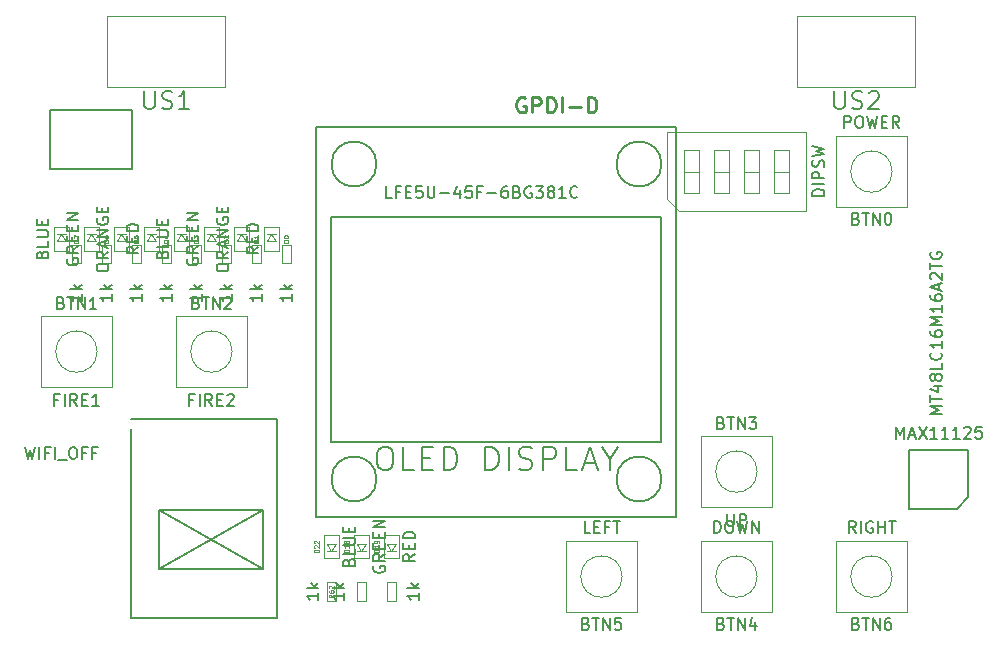
<source format=gbr>
G04 #@! TF.FileFunction,Other,Fab,Top*
%FSLAX46Y46*%
G04 Gerber Fmt 4.6, Leading zero omitted, Abs format (unit mm)*
G04 Created by KiCad (PCBNEW 4.0.7+dfsg1-1) date Tue Jan  9 13:07:24 2018*
%MOMM*%
%LPD*%
G01*
G04 APERTURE LIST*
%ADD10C,0.100000*%
%ADD11C,0.150000*%
%ADD12C,0.075000*%
%ADD13C,0.254000*%
G04 APERTURE END LIST*
D10*
X127990000Y-108880000D02*
X128790000Y-108880000D01*
X127990000Y-110480000D02*
X127990000Y-108880000D01*
X128790000Y-110480000D02*
X127990000Y-110480000D01*
X128790000Y-108880000D02*
X128790000Y-110480000D01*
X131330000Y-110480000D02*
X130530000Y-110480000D01*
X131330000Y-108880000D02*
X131330000Y-110480000D01*
X130530000Y-108880000D02*
X131330000Y-108880000D01*
X130530000Y-110480000D02*
X130530000Y-108880000D01*
X116880000Y-60925000D02*
X116880000Y-66925000D01*
X106880000Y-60925000D02*
X116880000Y-60925000D01*
X106880000Y-66925000D02*
X106880000Y-60925000D01*
X116880000Y-66925000D02*
X106880000Y-66925000D01*
X175300000Y-60925000D02*
X175300000Y-66925000D01*
X165300000Y-60925000D02*
X175300000Y-60925000D01*
X165300000Y-66925000D02*
X165300000Y-60925000D01*
X175300000Y-66925000D02*
X165300000Y-66925000D01*
X122440000Y-81905000D02*
X121640000Y-81905000D01*
X122440000Y-80305000D02*
X122440000Y-81905000D01*
X121640000Y-80305000D02*
X122440000Y-80305000D01*
X121640000Y-81905000D02*
X121640000Y-80305000D01*
X119900000Y-81905000D02*
X119100000Y-81905000D01*
X119900000Y-80305000D02*
X119900000Y-81905000D01*
X119100000Y-80305000D02*
X119900000Y-80305000D01*
X119100000Y-81905000D02*
X119100000Y-80305000D01*
X117360000Y-81905000D02*
X116560000Y-81905000D01*
X117360000Y-80305000D02*
X117360000Y-81905000D01*
X116560000Y-80305000D02*
X117360000Y-80305000D01*
X116560000Y-81905000D02*
X116560000Y-80305000D01*
X114820000Y-81905000D02*
X114020000Y-81905000D01*
X114820000Y-80305000D02*
X114820000Y-81905000D01*
X114020000Y-80305000D02*
X114820000Y-80305000D01*
X114020000Y-81905000D02*
X114020000Y-80305000D01*
X112280000Y-81905000D02*
X111480000Y-81905000D01*
X112280000Y-80305000D02*
X112280000Y-81905000D01*
X111480000Y-80305000D02*
X112280000Y-80305000D01*
X111480000Y-81905000D02*
X111480000Y-80305000D01*
X109740000Y-81905000D02*
X108940000Y-81905000D01*
X109740000Y-80305000D02*
X109740000Y-81905000D01*
X108940000Y-80305000D02*
X109740000Y-80305000D01*
X108940000Y-81905000D02*
X108940000Y-80305000D01*
X107200000Y-81905000D02*
X106400000Y-81905000D01*
X107200000Y-80305000D02*
X107200000Y-81905000D01*
X106400000Y-80305000D02*
X107200000Y-80305000D01*
X106400000Y-81905000D02*
X106400000Y-80305000D01*
X104660000Y-81905000D02*
X103860000Y-81905000D01*
X104660000Y-80305000D02*
X104660000Y-81905000D01*
X103860000Y-80305000D02*
X104660000Y-80305000D01*
X103860000Y-81905000D02*
X103860000Y-80305000D01*
D11*
X178785000Y-102655000D02*
X174785000Y-102655000D01*
X174785000Y-102655000D02*
X174785000Y-97655000D01*
X174785000Y-97655000D02*
X179785000Y-97655000D01*
X179785000Y-97655000D02*
X179785000Y-101655000D01*
X179785000Y-101655000D02*
X178785000Y-102655000D01*
X153790000Y-73485000D02*
G75*
G03X153790000Y-73485000I-1905000J0D01*
G01*
X129660000Y-73485000D02*
G75*
G03X129660000Y-73485000I-1905000J0D01*
G01*
X129660000Y-100155000D02*
G75*
G03X129660000Y-100155000I-1905000J0D01*
G01*
X153790000Y-100155000D02*
G75*
G03X153790000Y-100155000I-1905000J0D01*
G01*
X153790000Y-77930000D02*
X153790000Y-96980000D01*
X125850000Y-77930000D02*
X153790000Y-77930000D01*
X125850000Y-96980000D02*
X125850000Y-77930000D01*
X153790000Y-96980000D02*
X125850000Y-96980000D01*
X155060000Y-70310000D02*
X155060000Y-103330000D01*
X124580000Y-70310000D02*
X155060000Y-70310000D01*
X124580000Y-103330000D02*
X124580000Y-70310000D01*
X155060000Y-103330000D02*
X124580000Y-103330000D01*
D10*
X174570000Y-77120000D02*
X174570000Y-71120000D01*
X174570000Y-71120000D02*
X168570000Y-71120000D01*
X168570000Y-71120000D02*
X168570000Y-77120000D01*
X168570000Y-77120000D02*
X174570000Y-77120000D01*
X173320714Y-74120000D02*
G75*
G03X173320714Y-74120000I-1750714J0D01*
G01*
X101260000Y-86360000D02*
X101260000Y-92360000D01*
X101260000Y-92360000D02*
X107260000Y-92360000D01*
X107260000Y-92360000D02*
X107260000Y-86360000D01*
X107260000Y-86360000D02*
X101260000Y-86360000D01*
X106010714Y-89360000D02*
G75*
G03X106010714Y-89360000I-1750714J0D01*
G01*
X112690000Y-86360000D02*
X112690000Y-92360000D01*
X112690000Y-92360000D02*
X118690000Y-92360000D01*
X118690000Y-92360000D02*
X118690000Y-86360000D01*
X118690000Y-86360000D02*
X112690000Y-86360000D01*
X117440714Y-89360000D02*
G75*
G03X117440714Y-89360000I-1750714J0D01*
G01*
X157140000Y-96520000D02*
X157140000Y-102520000D01*
X157140000Y-102520000D02*
X163140000Y-102520000D01*
X163140000Y-102520000D02*
X163140000Y-96520000D01*
X163140000Y-96520000D02*
X157140000Y-96520000D01*
X161890714Y-99520000D02*
G75*
G03X161890714Y-99520000I-1750714J0D01*
G01*
X163140000Y-111410000D02*
X163140000Y-105410000D01*
X163140000Y-105410000D02*
X157140000Y-105410000D01*
X157140000Y-105410000D02*
X157140000Y-111410000D01*
X157140000Y-111410000D02*
X163140000Y-111410000D01*
X161890714Y-108410000D02*
G75*
G03X161890714Y-108410000I-1750714J0D01*
G01*
X151710000Y-111410000D02*
X151710000Y-105410000D01*
X151710000Y-105410000D02*
X145710000Y-105410000D01*
X145710000Y-105410000D02*
X145710000Y-111410000D01*
X145710000Y-111410000D02*
X151710000Y-111410000D01*
X150460714Y-108410000D02*
G75*
G03X150460714Y-108410000I-1750714J0D01*
G01*
X174570000Y-111410000D02*
X174570000Y-105410000D01*
X174570000Y-105410000D02*
X168570000Y-105410000D01*
X168570000Y-105410000D02*
X168570000Y-111410000D01*
X168570000Y-111410000D02*
X174570000Y-111410000D01*
X173320714Y-108410000D02*
G75*
G03X173320714Y-108410000I-1750714J0D01*
G01*
X154280000Y-76460000D02*
X154280000Y-70780000D01*
X154280000Y-70780000D02*
X166000000Y-70780000D01*
X166000000Y-70780000D02*
X166000000Y-77460000D01*
X166000000Y-77460000D02*
X155280000Y-77460000D01*
X155280000Y-77460000D02*
X154280000Y-76460000D01*
X155695000Y-75930000D02*
X156965000Y-75930000D01*
X156965000Y-75930000D02*
X156965000Y-72310000D01*
X156965000Y-72310000D02*
X155695000Y-72310000D01*
X155695000Y-72310000D02*
X155695000Y-75930000D01*
X155695000Y-74120000D02*
X156965000Y-74120000D01*
X158235000Y-75930000D02*
X159505000Y-75930000D01*
X159505000Y-75930000D02*
X159505000Y-72310000D01*
X159505000Y-72310000D02*
X158235000Y-72310000D01*
X158235000Y-72310000D02*
X158235000Y-75930000D01*
X158235000Y-74120000D02*
X159505000Y-74120000D01*
X160775000Y-75930000D02*
X162045000Y-75930000D01*
X162045000Y-75930000D02*
X162045000Y-72310000D01*
X162045000Y-72310000D02*
X160775000Y-72310000D01*
X160775000Y-72310000D02*
X160775000Y-75930000D01*
X160775000Y-74120000D02*
X162045000Y-74120000D01*
X163315000Y-75930000D02*
X164585000Y-75930000D01*
X164585000Y-75930000D02*
X164585000Y-72310000D01*
X164585000Y-72310000D02*
X163315000Y-72310000D01*
X163315000Y-72310000D02*
X163315000Y-75930000D01*
X163315000Y-74120000D02*
X164585000Y-74120000D01*
X125450000Y-106270000D02*
X126250000Y-106270000D01*
X125850000Y-106270000D02*
X125450000Y-105670000D01*
X126250000Y-105670000D02*
X125850000Y-106270000D01*
X125450000Y-105670000D02*
X126250000Y-105670000D01*
X126450000Y-104870000D02*
X126450000Y-106870000D01*
X125250000Y-104870000D02*
X126450000Y-104870000D01*
X125250000Y-106870000D02*
X125250000Y-104870000D01*
X126450000Y-106870000D02*
X125250000Y-106870000D01*
X125450000Y-108880000D02*
X126250000Y-108880000D01*
X125450000Y-110480000D02*
X125450000Y-108880000D01*
X126250000Y-110480000D02*
X125450000Y-110480000D01*
X126250000Y-108880000D02*
X126250000Y-110480000D01*
X127990000Y-106270000D02*
X128790000Y-106270000D01*
X128390000Y-106270000D02*
X127990000Y-105670000D01*
X128790000Y-105670000D02*
X128390000Y-106270000D01*
X127990000Y-105670000D02*
X128790000Y-105670000D01*
X128990000Y-104870000D02*
X128990000Y-106870000D01*
X127790000Y-104870000D02*
X128990000Y-104870000D01*
X127790000Y-106870000D02*
X127790000Y-104870000D01*
X128990000Y-106870000D02*
X127790000Y-106870000D01*
X121170000Y-79435000D02*
X120370000Y-79435000D01*
X120770000Y-79435000D02*
X121170000Y-80035000D01*
X120370000Y-80035000D02*
X120770000Y-79435000D01*
X121170000Y-80035000D02*
X120370000Y-80035000D01*
X120170000Y-80835000D02*
X120170000Y-78835000D01*
X121370000Y-80835000D02*
X120170000Y-80835000D01*
X121370000Y-78835000D02*
X121370000Y-80835000D01*
X120170000Y-78835000D02*
X121370000Y-78835000D01*
X118630000Y-79435000D02*
X117830000Y-79435000D01*
X118230000Y-79435000D02*
X118630000Y-80035000D01*
X117830000Y-80035000D02*
X118230000Y-79435000D01*
X118630000Y-80035000D02*
X117830000Y-80035000D01*
X117630000Y-80835000D02*
X117630000Y-78835000D01*
X118830000Y-80835000D02*
X117630000Y-80835000D01*
X118830000Y-78835000D02*
X118830000Y-80835000D01*
X117630000Y-78835000D02*
X118830000Y-78835000D01*
X116090000Y-79435000D02*
X115290000Y-79435000D01*
X115690000Y-79435000D02*
X116090000Y-80035000D01*
X115290000Y-80035000D02*
X115690000Y-79435000D01*
X116090000Y-80035000D02*
X115290000Y-80035000D01*
X115090000Y-80835000D02*
X115090000Y-78835000D01*
X116290000Y-80835000D02*
X115090000Y-80835000D01*
X116290000Y-78835000D02*
X116290000Y-80835000D01*
X115090000Y-78835000D02*
X116290000Y-78835000D01*
X113550000Y-79435000D02*
X112750000Y-79435000D01*
X113150000Y-79435000D02*
X113550000Y-80035000D01*
X112750000Y-80035000D02*
X113150000Y-79435000D01*
X113550000Y-80035000D02*
X112750000Y-80035000D01*
X112550000Y-80835000D02*
X112550000Y-78835000D01*
X113750000Y-80835000D02*
X112550000Y-80835000D01*
X113750000Y-78835000D02*
X113750000Y-80835000D01*
X112550000Y-78835000D02*
X113750000Y-78835000D01*
X111010000Y-79435000D02*
X110210000Y-79435000D01*
X110610000Y-79435000D02*
X111010000Y-80035000D01*
X110210000Y-80035000D02*
X110610000Y-79435000D01*
X111010000Y-80035000D02*
X110210000Y-80035000D01*
X110010000Y-80835000D02*
X110010000Y-78835000D01*
X111210000Y-80835000D02*
X110010000Y-80835000D01*
X111210000Y-78835000D02*
X111210000Y-80835000D01*
X110010000Y-78835000D02*
X111210000Y-78835000D01*
X108470000Y-79435000D02*
X107670000Y-79435000D01*
X108070000Y-79435000D02*
X108470000Y-80035000D01*
X107670000Y-80035000D02*
X108070000Y-79435000D01*
X108470000Y-80035000D02*
X107670000Y-80035000D01*
X107470000Y-80835000D02*
X107470000Y-78835000D01*
X108670000Y-80835000D02*
X107470000Y-80835000D01*
X108670000Y-78835000D02*
X108670000Y-80835000D01*
X107470000Y-78835000D02*
X108670000Y-78835000D01*
X105930000Y-79435000D02*
X105130000Y-79435000D01*
X105530000Y-79435000D02*
X105930000Y-80035000D01*
X105130000Y-80035000D02*
X105530000Y-79435000D01*
X105930000Y-80035000D02*
X105130000Y-80035000D01*
X104930000Y-80835000D02*
X104930000Y-78835000D01*
X106130000Y-80835000D02*
X104930000Y-80835000D01*
X106130000Y-78835000D02*
X106130000Y-80835000D01*
X104930000Y-78835000D02*
X106130000Y-78835000D01*
X103390000Y-79435000D02*
X102590000Y-79435000D01*
X102990000Y-79435000D02*
X103390000Y-80035000D01*
X102590000Y-80035000D02*
X102990000Y-79435000D01*
X103390000Y-80035000D02*
X102590000Y-80035000D01*
X102390000Y-80835000D02*
X102390000Y-78835000D01*
X103590000Y-80835000D02*
X102390000Y-80835000D01*
X103590000Y-78835000D02*
X103590000Y-80835000D01*
X102390000Y-78835000D02*
X103590000Y-78835000D01*
X130530000Y-106270000D02*
X131330000Y-106270000D01*
X130930000Y-106270000D02*
X130530000Y-105670000D01*
X131330000Y-105670000D02*
X130930000Y-106270000D01*
X130530000Y-105670000D02*
X131330000Y-105670000D01*
X131530000Y-104870000D02*
X131530000Y-106870000D01*
X130330000Y-104870000D02*
X131530000Y-104870000D01*
X130330000Y-106870000D02*
X130330000Y-104870000D01*
X131530000Y-106870000D02*
X130330000Y-106870000D01*
D11*
X120050000Y-102800000D02*
X111250000Y-107750000D01*
X120050000Y-107750000D02*
X111250000Y-102800000D01*
X120050000Y-102800000D02*
X120050000Y-107750000D01*
X111250000Y-102800000D02*
X111250000Y-107750000D01*
X111250000Y-107750000D02*
X120050000Y-107750000D01*
X120050000Y-102800000D02*
X111250000Y-102800000D01*
X121200000Y-95100000D02*
X108900000Y-95100000D01*
X121200000Y-111900000D02*
X121200000Y-95100000D01*
X108900000Y-111900000D02*
X121200000Y-111900000D01*
X108900000Y-95950000D02*
X108900000Y-111900000D01*
X109000000Y-68920000D02*
X109000000Y-73920000D01*
X102000000Y-68920000D02*
X109000000Y-68920000D01*
X102000000Y-73920000D02*
X102000000Y-68920000D01*
X109000000Y-73920000D02*
X102000000Y-73920000D01*
X99894762Y-97448381D02*
X100132857Y-98448381D01*
X100323334Y-97734095D01*
X100513810Y-98448381D01*
X100751905Y-97448381D01*
X101132857Y-98448381D02*
X101132857Y-97448381D01*
X101942381Y-97924571D02*
X101609047Y-97924571D01*
X101609047Y-98448381D02*
X101609047Y-97448381D01*
X102085238Y-97448381D01*
X102466190Y-98448381D02*
X102466190Y-97448381D01*
X102704285Y-98543619D02*
X103466190Y-98543619D01*
X103894761Y-97448381D02*
X104085238Y-97448381D01*
X104180476Y-97496000D01*
X104275714Y-97591238D01*
X104323333Y-97781714D01*
X104323333Y-98115048D01*
X104275714Y-98305524D01*
X104180476Y-98400762D01*
X104085238Y-98448381D01*
X103894761Y-98448381D01*
X103799523Y-98400762D01*
X103704285Y-98305524D01*
X103656666Y-98115048D01*
X103656666Y-97781714D01*
X103704285Y-97591238D01*
X103799523Y-97496000D01*
X103894761Y-97448381D01*
X105085238Y-97924571D02*
X104751904Y-97924571D01*
X104751904Y-98448381D02*
X104751904Y-97448381D01*
X105228095Y-97448381D01*
X105942381Y-97924571D02*
X105609047Y-97924571D01*
X105609047Y-98448381D02*
X105609047Y-97448381D01*
X106085238Y-97448381D01*
X126942381Y-109799047D02*
X126942381Y-110370476D01*
X126942381Y-110084762D02*
X125942381Y-110084762D01*
X126085238Y-110180000D01*
X126180476Y-110275238D01*
X126228095Y-110370476D01*
X126942381Y-109370476D02*
X125942381Y-109370476D01*
X126561429Y-109275238D02*
X126942381Y-108989523D01*
X126275714Y-108989523D02*
X126656667Y-109370476D01*
X133282381Y-109799047D02*
X133282381Y-110370476D01*
X133282381Y-110084762D02*
X132282381Y-110084762D01*
X132425238Y-110180000D01*
X132520476Y-110275238D01*
X132568095Y-110370476D01*
X133282381Y-109370476D02*
X132282381Y-109370476D01*
X132901429Y-109275238D02*
X133282381Y-108989523D01*
X132615714Y-108989523D02*
X132996667Y-109370476D01*
X110022858Y-67329571D02*
X110022858Y-68543857D01*
X110094286Y-68686714D01*
X110165715Y-68758143D01*
X110308572Y-68829571D01*
X110594286Y-68829571D01*
X110737144Y-68758143D01*
X110808572Y-68686714D01*
X110880001Y-68543857D01*
X110880001Y-67329571D01*
X111522858Y-68758143D02*
X111737144Y-68829571D01*
X112094287Y-68829571D01*
X112237144Y-68758143D01*
X112308573Y-68686714D01*
X112380001Y-68543857D01*
X112380001Y-68401000D01*
X112308573Y-68258143D01*
X112237144Y-68186714D01*
X112094287Y-68115286D01*
X111808573Y-68043857D01*
X111665715Y-67972429D01*
X111594287Y-67901000D01*
X111522858Y-67758143D01*
X111522858Y-67615286D01*
X111594287Y-67472429D01*
X111665715Y-67401000D01*
X111808573Y-67329571D01*
X112165715Y-67329571D01*
X112380001Y-67401000D01*
X113808572Y-68829571D02*
X112951429Y-68829571D01*
X113380001Y-68829571D02*
X113380001Y-67329571D01*
X113237144Y-67543857D01*
X113094286Y-67686714D01*
X112951429Y-67758143D01*
X168442858Y-67329571D02*
X168442858Y-68543857D01*
X168514286Y-68686714D01*
X168585715Y-68758143D01*
X168728572Y-68829571D01*
X169014286Y-68829571D01*
X169157144Y-68758143D01*
X169228572Y-68686714D01*
X169300001Y-68543857D01*
X169300001Y-67329571D01*
X169942858Y-68758143D02*
X170157144Y-68829571D01*
X170514287Y-68829571D01*
X170657144Y-68758143D01*
X170728573Y-68686714D01*
X170800001Y-68543857D01*
X170800001Y-68401000D01*
X170728573Y-68258143D01*
X170657144Y-68186714D01*
X170514287Y-68115286D01*
X170228573Y-68043857D01*
X170085715Y-67972429D01*
X170014287Y-67901000D01*
X169942858Y-67758143D01*
X169942858Y-67615286D01*
X170014287Y-67472429D01*
X170085715Y-67401000D01*
X170228573Y-67329571D01*
X170585715Y-67329571D01*
X170800001Y-67401000D01*
X171371429Y-67472429D02*
X171442858Y-67401000D01*
X171585715Y-67329571D01*
X171942858Y-67329571D01*
X172085715Y-67401000D01*
X172157144Y-67472429D01*
X172228572Y-67615286D01*
X172228572Y-67758143D01*
X172157144Y-67972429D01*
X171300001Y-68829571D01*
X172228572Y-68829571D01*
X122492381Y-84526047D02*
X122492381Y-85097476D01*
X122492381Y-84811762D02*
X121492381Y-84811762D01*
X121635238Y-84907000D01*
X121730476Y-85002238D01*
X121778095Y-85097476D01*
X122492381Y-84097476D02*
X121492381Y-84097476D01*
X122111429Y-84002238D02*
X122492381Y-83716523D01*
X121825714Y-83716523D02*
X122206667Y-84097476D01*
X119952381Y-84526047D02*
X119952381Y-85097476D01*
X119952381Y-84811762D02*
X118952381Y-84811762D01*
X119095238Y-84907000D01*
X119190476Y-85002238D01*
X119238095Y-85097476D01*
X119952381Y-84097476D02*
X118952381Y-84097476D01*
X119571429Y-84002238D02*
X119952381Y-83716523D01*
X119285714Y-83716523D02*
X119666667Y-84097476D01*
X117412381Y-84526047D02*
X117412381Y-85097476D01*
X117412381Y-84811762D02*
X116412381Y-84811762D01*
X116555238Y-84907000D01*
X116650476Y-85002238D01*
X116698095Y-85097476D01*
X117412381Y-84097476D02*
X116412381Y-84097476D01*
X117031429Y-84002238D02*
X117412381Y-83716523D01*
X116745714Y-83716523D02*
X117126667Y-84097476D01*
X114872381Y-84526047D02*
X114872381Y-85097476D01*
X114872381Y-84811762D02*
X113872381Y-84811762D01*
X114015238Y-84907000D01*
X114110476Y-85002238D01*
X114158095Y-85097476D01*
X114872381Y-84097476D02*
X113872381Y-84097476D01*
X114491429Y-84002238D02*
X114872381Y-83716523D01*
X114205714Y-83716523D02*
X114586667Y-84097476D01*
X112332381Y-84526047D02*
X112332381Y-85097476D01*
X112332381Y-84811762D02*
X111332381Y-84811762D01*
X111475238Y-84907000D01*
X111570476Y-85002238D01*
X111618095Y-85097476D01*
X112332381Y-84097476D02*
X111332381Y-84097476D01*
X111951429Y-84002238D02*
X112332381Y-83716523D01*
X111665714Y-83716523D02*
X112046667Y-84097476D01*
X109792381Y-84526047D02*
X109792381Y-85097476D01*
X109792381Y-84811762D02*
X108792381Y-84811762D01*
X108935238Y-84907000D01*
X109030476Y-85002238D01*
X109078095Y-85097476D01*
X109792381Y-84097476D02*
X108792381Y-84097476D01*
X109411429Y-84002238D02*
X109792381Y-83716523D01*
X109125714Y-83716523D02*
X109506667Y-84097476D01*
X107252381Y-84526047D02*
X107252381Y-85097476D01*
X107252381Y-84811762D02*
X106252381Y-84811762D01*
X106395238Y-84907000D01*
X106490476Y-85002238D01*
X106538095Y-85097476D01*
X107252381Y-84097476D02*
X106252381Y-84097476D01*
X106871429Y-84002238D02*
X107252381Y-83716523D01*
X106585714Y-83716523D02*
X106966667Y-84097476D01*
X104712381Y-84526047D02*
X104712381Y-85097476D01*
X104712381Y-84811762D02*
X103712381Y-84811762D01*
X103855238Y-84907000D01*
X103950476Y-85002238D01*
X103998095Y-85097476D01*
X104712381Y-84097476D02*
X103712381Y-84097476D01*
X104331429Y-84002238D02*
X104712381Y-83716523D01*
X104045714Y-83716523D02*
X104426667Y-84097476D01*
X173665952Y-96732381D02*
X173665952Y-95732381D01*
X173999286Y-96446667D01*
X174332619Y-95732381D01*
X174332619Y-96732381D01*
X174761190Y-96446667D02*
X175237381Y-96446667D01*
X174665952Y-96732381D02*
X174999285Y-95732381D01*
X175332619Y-96732381D01*
X175570714Y-95732381D02*
X176237381Y-96732381D01*
X176237381Y-95732381D02*
X175570714Y-96732381D01*
X177142143Y-96732381D02*
X176570714Y-96732381D01*
X176856428Y-96732381D02*
X176856428Y-95732381D01*
X176761190Y-95875238D01*
X176665952Y-95970476D01*
X176570714Y-96018095D01*
X178094524Y-96732381D02*
X177523095Y-96732381D01*
X177808809Y-96732381D02*
X177808809Y-95732381D01*
X177713571Y-95875238D01*
X177618333Y-95970476D01*
X177523095Y-96018095D01*
X179046905Y-96732381D02*
X178475476Y-96732381D01*
X178761190Y-96732381D02*
X178761190Y-95732381D01*
X178665952Y-95875238D01*
X178570714Y-95970476D01*
X178475476Y-96018095D01*
X179427857Y-95827619D02*
X179475476Y-95780000D01*
X179570714Y-95732381D01*
X179808810Y-95732381D01*
X179904048Y-95780000D01*
X179951667Y-95827619D01*
X179999286Y-95922857D01*
X179999286Y-96018095D01*
X179951667Y-96160952D01*
X179380238Y-96732381D01*
X179999286Y-96732381D01*
X180904048Y-95732381D02*
X180427857Y-95732381D01*
X180380238Y-96208571D01*
X180427857Y-96160952D01*
X180523095Y-96113333D01*
X180761191Y-96113333D01*
X180856429Y-96160952D01*
X180904048Y-96208571D01*
X180951667Y-96303810D01*
X180951667Y-96541905D01*
X180904048Y-96637143D01*
X180856429Y-96684762D01*
X180761191Y-96732381D01*
X180523095Y-96732381D01*
X180427857Y-96684762D01*
X180380238Y-96637143D01*
X130200952Y-97408762D02*
X130581904Y-97408762D01*
X130772380Y-97504000D01*
X130962857Y-97694476D01*
X131058095Y-98075429D01*
X131058095Y-98742095D01*
X130962857Y-99123048D01*
X130772380Y-99313524D01*
X130581904Y-99408762D01*
X130200952Y-99408762D01*
X130010476Y-99313524D01*
X129819999Y-99123048D01*
X129724761Y-98742095D01*
X129724761Y-98075429D01*
X129819999Y-97694476D01*
X130010476Y-97504000D01*
X130200952Y-97408762D01*
X132867618Y-99408762D02*
X131915237Y-99408762D01*
X131915237Y-97408762D01*
X133534285Y-98361143D02*
X134200952Y-98361143D01*
X134486666Y-99408762D02*
X133534285Y-99408762D01*
X133534285Y-97408762D01*
X134486666Y-97408762D01*
X135343809Y-99408762D02*
X135343809Y-97408762D01*
X135820000Y-97408762D01*
X136105714Y-97504000D01*
X136296190Y-97694476D01*
X136391429Y-97884952D01*
X136486667Y-98265905D01*
X136486667Y-98551619D01*
X136391429Y-98932571D01*
X136296190Y-99123048D01*
X136105714Y-99313524D01*
X135820000Y-99408762D01*
X135343809Y-99408762D01*
X138867619Y-99408762D02*
X138867619Y-97408762D01*
X139343810Y-97408762D01*
X139629524Y-97504000D01*
X139820000Y-97694476D01*
X139915239Y-97884952D01*
X140010477Y-98265905D01*
X140010477Y-98551619D01*
X139915239Y-98932571D01*
X139820000Y-99123048D01*
X139629524Y-99313524D01*
X139343810Y-99408762D01*
X138867619Y-99408762D01*
X140867619Y-99408762D02*
X140867619Y-97408762D01*
X141724762Y-99313524D02*
X142010477Y-99408762D01*
X142486667Y-99408762D01*
X142677143Y-99313524D01*
X142772381Y-99218286D01*
X142867620Y-99027810D01*
X142867620Y-98837333D01*
X142772381Y-98646857D01*
X142677143Y-98551619D01*
X142486667Y-98456381D01*
X142105715Y-98361143D01*
X141915239Y-98265905D01*
X141820000Y-98170667D01*
X141724762Y-97980190D01*
X141724762Y-97789714D01*
X141820000Y-97599238D01*
X141915239Y-97504000D01*
X142105715Y-97408762D01*
X142581905Y-97408762D01*
X142867620Y-97504000D01*
X143724762Y-99408762D02*
X143724762Y-97408762D01*
X144486667Y-97408762D01*
X144677143Y-97504000D01*
X144772382Y-97599238D01*
X144867620Y-97789714D01*
X144867620Y-98075429D01*
X144772382Y-98265905D01*
X144677143Y-98361143D01*
X144486667Y-98456381D01*
X143724762Y-98456381D01*
X146677143Y-99408762D02*
X145724762Y-99408762D01*
X145724762Y-97408762D01*
X147248572Y-98837333D02*
X148200953Y-98837333D01*
X147058096Y-99408762D02*
X147724763Y-97408762D01*
X148391430Y-99408762D01*
X149439049Y-98456381D02*
X149439049Y-99408762D01*
X148772382Y-97408762D02*
X149439049Y-98456381D01*
X150105716Y-97408762D01*
X169260476Y-70422381D02*
X169260476Y-69422381D01*
X169641429Y-69422381D01*
X169736667Y-69470000D01*
X169784286Y-69517619D01*
X169831905Y-69612857D01*
X169831905Y-69755714D01*
X169784286Y-69850952D01*
X169736667Y-69898571D01*
X169641429Y-69946190D01*
X169260476Y-69946190D01*
X170450952Y-69422381D02*
X170641429Y-69422381D01*
X170736667Y-69470000D01*
X170831905Y-69565238D01*
X170879524Y-69755714D01*
X170879524Y-70089048D01*
X170831905Y-70279524D01*
X170736667Y-70374762D01*
X170641429Y-70422381D01*
X170450952Y-70422381D01*
X170355714Y-70374762D01*
X170260476Y-70279524D01*
X170212857Y-70089048D01*
X170212857Y-69755714D01*
X170260476Y-69565238D01*
X170355714Y-69470000D01*
X170450952Y-69422381D01*
X171212857Y-69422381D02*
X171450952Y-70422381D01*
X171641429Y-69708095D01*
X171831905Y-70422381D01*
X172070000Y-69422381D01*
X172450952Y-69898571D02*
X172784286Y-69898571D01*
X172927143Y-70422381D02*
X172450952Y-70422381D01*
X172450952Y-69422381D01*
X172927143Y-69422381D01*
X173927143Y-70422381D02*
X173593809Y-69946190D01*
X173355714Y-70422381D02*
X173355714Y-69422381D01*
X173736667Y-69422381D01*
X173831905Y-69470000D01*
X173879524Y-69517619D01*
X173927143Y-69612857D01*
X173927143Y-69755714D01*
X173879524Y-69850952D01*
X173831905Y-69898571D01*
X173736667Y-69946190D01*
X173355714Y-69946190D01*
X170260477Y-78098571D02*
X170403334Y-78146190D01*
X170450953Y-78193810D01*
X170498572Y-78289048D01*
X170498572Y-78431905D01*
X170450953Y-78527143D01*
X170403334Y-78574762D01*
X170308096Y-78622381D01*
X169927143Y-78622381D01*
X169927143Y-77622381D01*
X170260477Y-77622381D01*
X170355715Y-77670000D01*
X170403334Y-77717619D01*
X170450953Y-77812857D01*
X170450953Y-77908095D01*
X170403334Y-78003333D01*
X170355715Y-78050952D01*
X170260477Y-78098571D01*
X169927143Y-78098571D01*
X170784286Y-77622381D02*
X171355715Y-77622381D01*
X171070000Y-78622381D02*
X171070000Y-77622381D01*
X171689048Y-78622381D02*
X171689048Y-77622381D01*
X172260477Y-78622381D01*
X172260477Y-77622381D01*
X172927143Y-77622381D02*
X173022382Y-77622381D01*
X173117620Y-77670000D01*
X173165239Y-77717619D01*
X173212858Y-77812857D01*
X173260477Y-78003333D01*
X173260477Y-78241429D01*
X173212858Y-78431905D01*
X173165239Y-78527143D01*
X173117620Y-78574762D01*
X173022382Y-78622381D01*
X172927143Y-78622381D01*
X172831905Y-78574762D01*
X172784286Y-78527143D01*
X172736667Y-78431905D01*
X172689048Y-78241429D01*
X172689048Y-78003333D01*
X172736667Y-77812857D01*
X172784286Y-77717619D01*
X172831905Y-77670000D01*
X172927143Y-77622381D01*
X102736191Y-93438571D02*
X102402857Y-93438571D01*
X102402857Y-93962381D02*
X102402857Y-92962381D01*
X102879048Y-92962381D01*
X103260000Y-93962381D02*
X103260000Y-92962381D01*
X104307619Y-93962381D02*
X103974285Y-93486190D01*
X103736190Y-93962381D02*
X103736190Y-92962381D01*
X104117143Y-92962381D01*
X104212381Y-93010000D01*
X104260000Y-93057619D01*
X104307619Y-93152857D01*
X104307619Y-93295714D01*
X104260000Y-93390952D01*
X104212381Y-93438571D01*
X104117143Y-93486190D01*
X103736190Y-93486190D01*
X104736190Y-93438571D02*
X105069524Y-93438571D01*
X105212381Y-93962381D02*
X104736190Y-93962381D01*
X104736190Y-92962381D01*
X105212381Y-92962381D01*
X106164762Y-93962381D02*
X105593333Y-93962381D01*
X105879047Y-93962381D02*
X105879047Y-92962381D01*
X105783809Y-93105238D01*
X105688571Y-93200476D01*
X105593333Y-93248095D01*
X102950477Y-85238571D02*
X103093334Y-85286190D01*
X103140953Y-85333810D01*
X103188572Y-85429048D01*
X103188572Y-85571905D01*
X103140953Y-85667143D01*
X103093334Y-85714762D01*
X102998096Y-85762381D01*
X102617143Y-85762381D01*
X102617143Y-84762381D01*
X102950477Y-84762381D01*
X103045715Y-84810000D01*
X103093334Y-84857619D01*
X103140953Y-84952857D01*
X103140953Y-85048095D01*
X103093334Y-85143333D01*
X103045715Y-85190952D01*
X102950477Y-85238571D01*
X102617143Y-85238571D01*
X103474286Y-84762381D02*
X104045715Y-84762381D01*
X103760000Y-85762381D02*
X103760000Y-84762381D01*
X104379048Y-85762381D02*
X104379048Y-84762381D01*
X104950477Y-85762381D01*
X104950477Y-84762381D01*
X105950477Y-85762381D02*
X105379048Y-85762381D01*
X105664762Y-85762381D02*
X105664762Y-84762381D01*
X105569524Y-84905238D01*
X105474286Y-85000476D01*
X105379048Y-85048095D01*
X114166191Y-93438571D02*
X113832857Y-93438571D01*
X113832857Y-93962381D02*
X113832857Y-92962381D01*
X114309048Y-92962381D01*
X114690000Y-93962381D02*
X114690000Y-92962381D01*
X115737619Y-93962381D02*
X115404285Y-93486190D01*
X115166190Y-93962381D02*
X115166190Y-92962381D01*
X115547143Y-92962381D01*
X115642381Y-93010000D01*
X115690000Y-93057619D01*
X115737619Y-93152857D01*
X115737619Y-93295714D01*
X115690000Y-93390952D01*
X115642381Y-93438571D01*
X115547143Y-93486190D01*
X115166190Y-93486190D01*
X116166190Y-93438571D02*
X116499524Y-93438571D01*
X116642381Y-93962381D02*
X116166190Y-93962381D01*
X116166190Y-92962381D01*
X116642381Y-92962381D01*
X117023333Y-93057619D02*
X117070952Y-93010000D01*
X117166190Y-92962381D01*
X117404286Y-92962381D01*
X117499524Y-93010000D01*
X117547143Y-93057619D01*
X117594762Y-93152857D01*
X117594762Y-93248095D01*
X117547143Y-93390952D01*
X116975714Y-93962381D01*
X117594762Y-93962381D01*
X114380477Y-85238571D02*
X114523334Y-85286190D01*
X114570953Y-85333810D01*
X114618572Y-85429048D01*
X114618572Y-85571905D01*
X114570953Y-85667143D01*
X114523334Y-85714762D01*
X114428096Y-85762381D01*
X114047143Y-85762381D01*
X114047143Y-84762381D01*
X114380477Y-84762381D01*
X114475715Y-84810000D01*
X114523334Y-84857619D01*
X114570953Y-84952857D01*
X114570953Y-85048095D01*
X114523334Y-85143333D01*
X114475715Y-85190952D01*
X114380477Y-85238571D01*
X114047143Y-85238571D01*
X114904286Y-84762381D02*
X115475715Y-84762381D01*
X115190000Y-85762381D02*
X115190000Y-84762381D01*
X115809048Y-85762381D02*
X115809048Y-84762381D01*
X116380477Y-85762381D01*
X116380477Y-84762381D01*
X116809048Y-84857619D02*
X116856667Y-84810000D01*
X116951905Y-84762381D01*
X117190001Y-84762381D01*
X117285239Y-84810000D01*
X117332858Y-84857619D01*
X117380477Y-84952857D01*
X117380477Y-85048095D01*
X117332858Y-85190952D01*
X116761429Y-85762381D01*
X117380477Y-85762381D01*
X159354286Y-103122381D02*
X159354286Y-103931905D01*
X159401905Y-104027143D01*
X159449524Y-104074762D01*
X159544762Y-104122381D01*
X159735239Y-104122381D01*
X159830477Y-104074762D01*
X159878096Y-104027143D01*
X159925715Y-103931905D01*
X159925715Y-103122381D01*
X160401905Y-104122381D02*
X160401905Y-103122381D01*
X160782858Y-103122381D01*
X160878096Y-103170000D01*
X160925715Y-103217619D01*
X160973334Y-103312857D01*
X160973334Y-103455714D01*
X160925715Y-103550952D01*
X160878096Y-103598571D01*
X160782858Y-103646190D01*
X160401905Y-103646190D01*
X158830477Y-95398571D02*
X158973334Y-95446190D01*
X159020953Y-95493810D01*
X159068572Y-95589048D01*
X159068572Y-95731905D01*
X159020953Y-95827143D01*
X158973334Y-95874762D01*
X158878096Y-95922381D01*
X158497143Y-95922381D01*
X158497143Y-94922381D01*
X158830477Y-94922381D01*
X158925715Y-94970000D01*
X158973334Y-95017619D01*
X159020953Y-95112857D01*
X159020953Y-95208095D01*
X158973334Y-95303333D01*
X158925715Y-95350952D01*
X158830477Y-95398571D01*
X158497143Y-95398571D01*
X159354286Y-94922381D02*
X159925715Y-94922381D01*
X159640000Y-95922381D02*
X159640000Y-94922381D01*
X160259048Y-95922381D02*
X160259048Y-94922381D01*
X160830477Y-95922381D01*
X160830477Y-94922381D01*
X161211429Y-94922381D02*
X161830477Y-94922381D01*
X161497143Y-95303333D01*
X161640001Y-95303333D01*
X161735239Y-95350952D01*
X161782858Y-95398571D01*
X161830477Y-95493810D01*
X161830477Y-95731905D01*
X161782858Y-95827143D01*
X161735239Y-95874762D01*
X161640001Y-95922381D01*
X161354286Y-95922381D01*
X161259048Y-95874762D01*
X161211429Y-95827143D01*
X158259048Y-104712381D02*
X158259048Y-103712381D01*
X158497143Y-103712381D01*
X158640001Y-103760000D01*
X158735239Y-103855238D01*
X158782858Y-103950476D01*
X158830477Y-104140952D01*
X158830477Y-104283810D01*
X158782858Y-104474286D01*
X158735239Y-104569524D01*
X158640001Y-104664762D01*
X158497143Y-104712381D01*
X158259048Y-104712381D01*
X159449524Y-103712381D02*
X159640001Y-103712381D01*
X159735239Y-103760000D01*
X159830477Y-103855238D01*
X159878096Y-104045714D01*
X159878096Y-104379048D01*
X159830477Y-104569524D01*
X159735239Y-104664762D01*
X159640001Y-104712381D01*
X159449524Y-104712381D01*
X159354286Y-104664762D01*
X159259048Y-104569524D01*
X159211429Y-104379048D01*
X159211429Y-104045714D01*
X159259048Y-103855238D01*
X159354286Y-103760000D01*
X159449524Y-103712381D01*
X160211429Y-103712381D02*
X160449524Y-104712381D01*
X160640001Y-103998095D01*
X160830477Y-104712381D01*
X161068572Y-103712381D01*
X161449524Y-104712381D02*
X161449524Y-103712381D01*
X162020953Y-104712381D01*
X162020953Y-103712381D01*
X158830477Y-112388571D02*
X158973334Y-112436190D01*
X159020953Y-112483810D01*
X159068572Y-112579048D01*
X159068572Y-112721905D01*
X159020953Y-112817143D01*
X158973334Y-112864762D01*
X158878096Y-112912381D01*
X158497143Y-112912381D01*
X158497143Y-111912381D01*
X158830477Y-111912381D01*
X158925715Y-111960000D01*
X158973334Y-112007619D01*
X159020953Y-112102857D01*
X159020953Y-112198095D01*
X158973334Y-112293333D01*
X158925715Y-112340952D01*
X158830477Y-112388571D01*
X158497143Y-112388571D01*
X159354286Y-111912381D02*
X159925715Y-111912381D01*
X159640000Y-112912381D02*
X159640000Y-111912381D01*
X160259048Y-112912381D02*
X160259048Y-111912381D01*
X160830477Y-112912381D01*
X160830477Y-111912381D01*
X161735239Y-112245714D02*
X161735239Y-112912381D01*
X161497143Y-111864762D02*
X161259048Y-112579048D01*
X161878096Y-112579048D01*
X147757619Y-104712381D02*
X147281428Y-104712381D01*
X147281428Y-103712381D01*
X148090952Y-104188571D02*
X148424286Y-104188571D01*
X148567143Y-104712381D02*
X148090952Y-104712381D01*
X148090952Y-103712381D01*
X148567143Y-103712381D01*
X149329048Y-104188571D02*
X148995714Y-104188571D01*
X148995714Y-104712381D02*
X148995714Y-103712381D01*
X149471905Y-103712381D01*
X149710000Y-103712381D02*
X150281429Y-103712381D01*
X149995714Y-104712381D02*
X149995714Y-103712381D01*
X147400477Y-112388571D02*
X147543334Y-112436190D01*
X147590953Y-112483810D01*
X147638572Y-112579048D01*
X147638572Y-112721905D01*
X147590953Y-112817143D01*
X147543334Y-112864762D01*
X147448096Y-112912381D01*
X147067143Y-112912381D01*
X147067143Y-111912381D01*
X147400477Y-111912381D01*
X147495715Y-111960000D01*
X147543334Y-112007619D01*
X147590953Y-112102857D01*
X147590953Y-112198095D01*
X147543334Y-112293333D01*
X147495715Y-112340952D01*
X147400477Y-112388571D01*
X147067143Y-112388571D01*
X147924286Y-111912381D02*
X148495715Y-111912381D01*
X148210000Y-112912381D02*
X148210000Y-111912381D01*
X148829048Y-112912381D02*
X148829048Y-111912381D01*
X149400477Y-112912381D01*
X149400477Y-111912381D01*
X150352858Y-111912381D02*
X149876667Y-111912381D01*
X149829048Y-112388571D01*
X149876667Y-112340952D01*
X149971905Y-112293333D01*
X150210001Y-112293333D01*
X150305239Y-112340952D01*
X150352858Y-112388571D01*
X150400477Y-112483810D01*
X150400477Y-112721905D01*
X150352858Y-112817143D01*
X150305239Y-112864762D01*
X150210001Y-112912381D01*
X149971905Y-112912381D01*
X149876667Y-112864762D01*
X149829048Y-112817143D01*
X170236667Y-104712381D02*
X169903333Y-104236190D01*
X169665238Y-104712381D02*
X169665238Y-103712381D01*
X170046191Y-103712381D01*
X170141429Y-103760000D01*
X170189048Y-103807619D01*
X170236667Y-103902857D01*
X170236667Y-104045714D01*
X170189048Y-104140952D01*
X170141429Y-104188571D01*
X170046191Y-104236190D01*
X169665238Y-104236190D01*
X170665238Y-104712381D02*
X170665238Y-103712381D01*
X171665238Y-103760000D02*
X171570000Y-103712381D01*
X171427143Y-103712381D01*
X171284285Y-103760000D01*
X171189047Y-103855238D01*
X171141428Y-103950476D01*
X171093809Y-104140952D01*
X171093809Y-104283810D01*
X171141428Y-104474286D01*
X171189047Y-104569524D01*
X171284285Y-104664762D01*
X171427143Y-104712381D01*
X171522381Y-104712381D01*
X171665238Y-104664762D01*
X171712857Y-104617143D01*
X171712857Y-104283810D01*
X171522381Y-104283810D01*
X172141428Y-104712381D02*
X172141428Y-103712381D01*
X172141428Y-104188571D02*
X172712857Y-104188571D01*
X172712857Y-104712381D02*
X172712857Y-103712381D01*
X173046190Y-103712381D02*
X173617619Y-103712381D01*
X173331904Y-104712381D02*
X173331904Y-103712381D01*
X170260477Y-112388571D02*
X170403334Y-112436190D01*
X170450953Y-112483810D01*
X170498572Y-112579048D01*
X170498572Y-112721905D01*
X170450953Y-112817143D01*
X170403334Y-112864762D01*
X170308096Y-112912381D01*
X169927143Y-112912381D01*
X169927143Y-111912381D01*
X170260477Y-111912381D01*
X170355715Y-111960000D01*
X170403334Y-112007619D01*
X170450953Y-112102857D01*
X170450953Y-112198095D01*
X170403334Y-112293333D01*
X170355715Y-112340952D01*
X170260477Y-112388571D01*
X169927143Y-112388571D01*
X170784286Y-111912381D02*
X171355715Y-111912381D01*
X171070000Y-112912381D02*
X171070000Y-111912381D01*
X171689048Y-112912381D02*
X171689048Y-111912381D01*
X172260477Y-112912381D01*
X172260477Y-111912381D01*
X173165239Y-111912381D02*
X172974762Y-111912381D01*
X172879524Y-111960000D01*
X172831905Y-112007619D01*
X172736667Y-112150476D01*
X172689048Y-112340952D01*
X172689048Y-112721905D01*
X172736667Y-112817143D01*
X172784286Y-112864762D01*
X172879524Y-112912381D01*
X173070001Y-112912381D01*
X173165239Y-112864762D01*
X173212858Y-112817143D01*
X173260477Y-112721905D01*
X173260477Y-112483810D01*
X173212858Y-112388571D01*
X173165239Y-112340952D01*
X173070001Y-112293333D01*
X172879524Y-112293333D01*
X172784286Y-112340952D01*
X172736667Y-112388571D01*
X172689048Y-112483810D01*
X167572381Y-76167619D02*
X166572381Y-76167619D01*
X166572381Y-75929524D01*
X166620000Y-75786666D01*
X166715238Y-75691428D01*
X166810476Y-75643809D01*
X167000952Y-75596190D01*
X167143810Y-75596190D01*
X167334286Y-75643809D01*
X167429524Y-75691428D01*
X167524762Y-75786666D01*
X167572381Y-75929524D01*
X167572381Y-76167619D01*
X167572381Y-75167619D02*
X166572381Y-75167619D01*
X167572381Y-74691429D02*
X166572381Y-74691429D01*
X166572381Y-74310476D01*
X166620000Y-74215238D01*
X166667619Y-74167619D01*
X166762857Y-74120000D01*
X166905714Y-74120000D01*
X167000952Y-74167619D01*
X167048571Y-74215238D01*
X167096190Y-74310476D01*
X167096190Y-74691429D01*
X167524762Y-73739048D02*
X167572381Y-73596191D01*
X167572381Y-73358095D01*
X167524762Y-73262857D01*
X167477143Y-73215238D01*
X167381905Y-73167619D01*
X167286667Y-73167619D01*
X167191429Y-73215238D01*
X167143810Y-73262857D01*
X167096190Y-73358095D01*
X167048571Y-73548572D01*
X167000952Y-73643810D01*
X166953333Y-73691429D01*
X166858095Y-73739048D01*
X166762857Y-73739048D01*
X166667619Y-73691429D01*
X166620000Y-73643810D01*
X166572381Y-73548572D01*
X166572381Y-73310476D01*
X166620000Y-73167619D01*
X166572381Y-72834286D02*
X167572381Y-72596191D01*
X166858095Y-72405714D01*
X167572381Y-72215238D01*
X166572381Y-71977143D01*
X130954762Y-76350381D02*
X130478571Y-76350381D01*
X130478571Y-75350381D01*
X131621429Y-75826571D02*
X131288095Y-75826571D01*
X131288095Y-76350381D02*
X131288095Y-75350381D01*
X131764286Y-75350381D01*
X132145238Y-75826571D02*
X132478572Y-75826571D01*
X132621429Y-76350381D02*
X132145238Y-76350381D01*
X132145238Y-75350381D01*
X132621429Y-75350381D01*
X133526191Y-75350381D02*
X133050000Y-75350381D01*
X133002381Y-75826571D01*
X133050000Y-75778952D01*
X133145238Y-75731333D01*
X133383334Y-75731333D01*
X133478572Y-75778952D01*
X133526191Y-75826571D01*
X133573810Y-75921810D01*
X133573810Y-76159905D01*
X133526191Y-76255143D01*
X133478572Y-76302762D01*
X133383334Y-76350381D01*
X133145238Y-76350381D01*
X133050000Y-76302762D01*
X133002381Y-76255143D01*
X134002381Y-75350381D02*
X134002381Y-76159905D01*
X134050000Y-76255143D01*
X134097619Y-76302762D01*
X134192857Y-76350381D01*
X134383334Y-76350381D01*
X134478572Y-76302762D01*
X134526191Y-76255143D01*
X134573810Y-76159905D01*
X134573810Y-75350381D01*
X135050000Y-75969429D02*
X135811905Y-75969429D01*
X136716667Y-75683714D02*
X136716667Y-76350381D01*
X136478571Y-75302762D02*
X136240476Y-76017048D01*
X136859524Y-76017048D01*
X137716667Y-75350381D02*
X137240476Y-75350381D01*
X137192857Y-75826571D01*
X137240476Y-75778952D01*
X137335714Y-75731333D01*
X137573810Y-75731333D01*
X137669048Y-75778952D01*
X137716667Y-75826571D01*
X137764286Y-75921810D01*
X137764286Y-76159905D01*
X137716667Y-76255143D01*
X137669048Y-76302762D01*
X137573810Y-76350381D01*
X137335714Y-76350381D01*
X137240476Y-76302762D01*
X137192857Y-76255143D01*
X138526191Y-75826571D02*
X138192857Y-75826571D01*
X138192857Y-76350381D02*
X138192857Y-75350381D01*
X138669048Y-75350381D01*
X139050000Y-75969429D02*
X139811905Y-75969429D01*
X140716667Y-75350381D02*
X140526190Y-75350381D01*
X140430952Y-75398000D01*
X140383333Y-75445619D01*
X140288095Y-75588476D01*
X140240476Y-75778952D01*
X140240476Y-76159905D01*
X140288095Y-76255143D01*
X140335714Y-76302762D01*
X140430952Y-76350381D01*
X140621429Y-76350381D01*
X140716667Y-76302762D01*
X140764286Y-76255143D01*
X140811905Y-76159905D01*
X140811905Y-75921810D01*
X140764286Y-75826571D01*
X140716667Y-75778952D01*
X140621429Y-75731333D01*
X140430952Y-75731333D01*
X140335714Y-75778952D01*
X140288095Y-75826571D01*
X140240476Y-75921810D01*
X141573810Y-75826571D02*
X141716667Y-75874190D01*
X141764286Y-75921810D01*
X141811905Y-76017048D01*
X141811905Y-76159905D01*
X141764286Y-76255143D01*
X141716667Y-76302762D01*
X141621429Y-76350381D01*
X141240476Y-76350381D01*
X141240476Y-75350381D01*
X141573810Y-75350381D01*
X141669048Y-75398000D01*
X141716667Y-75445619D01*
X141764286Y-75540857D01*
X141764286Y-75636095D01*
X141716667Y-75731333D01*
X141669048Y-75778952D01*
X141573810Y-75826571D01*
X141240476Y-75826571D01*
X142764286Y-75398000D02*
X142669048Y-75350381D01*
X142526191Y-75350381D01*
X142383333Y-75398000D01*
X142288095Y-75493238D01*
X142240476Y-75588476D01*
X142192857Y-75778952D01*
X142192857Y-75921810D01*
X142240476Y-76112286D01*
X142288095Y-76207524D01*
X142383333Y-76302762D01*
X142526191Y-76350381D01*
X142621429Y-76350381D01*
X142764286Y-76302762D01*
X142811905Y-76255143D01*
X142811905Y-75921810D01*
X142621429Y-75921810D01*
X143145238Y-75350381D02*
X143764286Y-75350381D01*
X143430952Y-75731333D01*
X143573810Y-75731333D01*
X143669048Y-75778952D01*
X143716667Y-75826571D01*
X143764286Y-75921810D01*
X143764286Y-76159905D01*
X143716667Y-76255143D01*
X143669048Y-76302762D01*
X143573810Y-76350381D01*
X143288095Y-76350381D01*
X143192857Y-76302762D01*
X143145238Y-76255143D01*
X144335714Y-75778952D02*
X144240476Y-75731333D01*
X144192857Y-75683714D01*
X144145238Y-75588476D01*
X144145238Y-75540857D01*
X144192857Y-75445619D01*
X144240476Y-75398000D01*
X144335714Y-75350381D01*
X144526191Y-75350381D01*
X144621429Y-75398000D01*
X144669048Y-75445619D01*
X144716667Y-75540857D01*
X144716667Y-75588476D01*
X144669048Y-75683714D01*
X144621429Y-75731333D01*
X144526191Y-75778952D01*
X144335714Y-75778952D01*
X144240476Y-75826571D01*
X144192857Y-75874190D01*
X144145238Y-75969429D01*
X144145238Y-76159905D01*
X144192857Y-76255143D01*
X144240476Y-76302762D01*
X144335714Y-76350381D01*
X144526191Y-76350381D01*
X144621429Y-76302762D01*
X144669048Y-76255143D01*
X144716667Y-76159905D01*
X144716667Y-75969429D01*
X144669048Y-75874190D01*
X144621429Y-75826571D01*
X144526191Y-75778952D01*
X145669048Y-76350381D02*
X145097619Y-76350381D01*
X145383333Y-76350381D02*
X145383333Y-75350381D01*
X145288095Y-75493238D01*
X145192857Y-75588476D01*
X145097619Y-75636095D01*
X146669048Y-76255143D02*
X146621429Y-76302762D01*
X146478572Y-76350381D01*
X146383334Y-76350381D01*
X146240476Y-76302762D01*
X146145238Y-76207524D01*
X146097619Y-76112286D01*
X146050000Y-75921810D01*
X146050000Y-75778952D01*
X146097619Y-75588476D01*
X146145238Y-75493238D01*
X146240476Y-75398000D01*
X146383334Y-75350381D01*
X146478572Y-75350381D01*
X146621429Y-75398000D01*
X146669048Y-75445619D01*
X127328571Y-107179523D02*
X127376190Y-107036666D01*
X127423810Y-106989047D01*
X127519048Y-106941428D01*
X127661905Y-106941428D01*
X127757143Y-106989047D01*
X127804762Y-107036666D01*
X127852381Y-107131904D01*
X127852381Y-107512857D01*
X126852381Y-107512857D01*
X126852381Y-107179523D01*
X126900000Y-107084285D01*
X126947619Y-107036666D01*
X127042857Y-106989047D01*
X127138095Y-106989047D01*
X127233333Y-107036666D01*
X127280952Y-107084285D01*
X127328571Y-107179523D01*
X127328571Y-107512857D01*
X127852381Y-106036666D02*
X127852381Y-106512857D01*
X126852381Y-106512857D01*
X126852381Y-105703333D02*
X127661905Y-105703333D01*
X127757143Y-105655714D01*
X127804762Y-105608095D01*
X127852381Y-105512857D01*
X127852381Y-105322380D01*
X127804762Y-105227142D01*
X127757143Y-105179523D01*
X127661905Y-105131904D01*
X126852381Y-105131904D01*
X127328571Y-104655714D02*
X127328571Y-104322380D01*
X127852381Y-104179523D02*
X127852381Y-104655714D01*
X126852381Y-104655714D01*
X126852381Y-104179523D01*
D10*
X124780952Y-106355714D02*
X124380952Y-106355714D01*
X124380952Y-106260476D01*
X124400000Y-106203333D01*
X124438095Y-106165238D01*
X124476190Y-106146190D01*
X124552381Y-106127142D01*
X124609524Y-106127142D01*
X124685714Y-106146190D01*
X124723810Y-106165238D01*
X124761905Y-106203333D01*
X124780952Y-106260476D01*
X124780952Y-106355714D01*
X124419048Y-105974762D02*
X124400000Y-105955714D01*
X124380952Y-105917619D01*
X124380952Y-105822381D01*
X124400000Y-105784285D01*
X124419048Y-105765238D01*
X124457143Y-105746190D01*
X124495238Y-105746190D01*
X124552381Y-105765238D01*
X124780952Y-105993809D01*
X124780952Y-105746190D01*
X124419048Y-105593810D02*
X124400000Y-105574762D01*
X124380952Y-105536667D01*
X124380952Y-105441429D01*
X124400000Y-105403333D01*
X124419048Y-105384286D01*
X124457143Y-105365238D01*
X124495238Y-105365238D01*
X124552381Y-105384286D01*
X124780952Y-105612857D01*
X124780952Y-105365238D01*
D11*
X124752381Y-109799047D02*
X124752381Y-110370476D01*
X124752381Y-110084762D02*
X123752381Y-110084762D01*
X123895238Y-110180000D01*
X123990476Y-110275238D01*
X124038095Y-110370476D01*
X124752381Y-109370476D02*
X123752381Y-109370476D01*
X124371429Y-109275238D02*
X124752381Y-108989523D01*
X124085714Y-108989523D02*
X124466667Y-109370476D01*
D12*
X126030952Y-109937142D02*
X125840476Y-110070476D01*
X126030952Y-110165714D02*
X125630952Y-110165714D01*
X125630952Y-110013333D01*
X125650000Y-109975238D01*
X125669048Y-109956190D01*
X125707143Y-109937142D01*
X125764286Y-109937142D01*
X125802381Y-109956190D01*
X125821429Y-109975238D01*
X125840476Y-110013333D01*
X125840476Y-110165714D01*
X125630952Y-109594285D02*
X125630952Y-109670476D01*
X125650000Y-109708571D01*
X125669048Y-109727619D01*
X125726190Y-109765714D01*
X125802381Y-109784762D01*
X125954762Y-109784762D01*
X125992857Y-109765714D01*
X126011905Y-109746666D01*
X126030952Y-109708571D01*
X126030952Y-109632381D01*
X126011905Y-109594285D01*
X125992857Y-109575238D01*
X125954762Y-109556190D01*
X125859524Y-109556190D01*
X125821429Y-109575238D01*
X125802381Y-109594285D01*
X125783333Y-109632381D01*
X125783333Y-109708571D01*
X125802381Y-109746666D01*
X125821429Y-109765714D01*
X125859524Y-109784762D01*
X125669048Y-109403810D02*
X125650000Y-109384762D01*
X125630952Y-109346667D01*
X125630952Y-109251429D01*
X125650000Y-109213333D01*
X125669048Y-109194286D01*
X125707143Y-109175238D01*
X125745238Y-109175238D01*
X125802381Y-109194286D01*
X126030952Y-109422857D01*
X126030952Y-109175238D01*
D11*
X129440000Y-107536666D02*
X129392381Y-107631904D01*
X129392381Y-107774761D01*
X129440000Y-107917619D01*
X129535238Y-108012857D01*
X129630476Y-108060476D01*
X129820952Y-108108095D01*
X129963810Y-108108095D01*
X130154286Y-108060476D01*
X130249524Y-108012857D01*
X130344762Y-107917619D01*
X130392381Y-107774761D01*
X130392381Y-107679523D01*
X130344762Y-107536666D01*
X130297143Y-107489047D01*
X129963810Y-107489047D01*
X129963810Y-107679523D01*
X130392381Y-106489047D02*
X129916190Y-106822381D01*
X130392381Y-107060476D02*
X129392381Y-107060476D01*
X129392381Y-106679523D01*
X129440000Y-106584285D01*
X129487619Y-106536666D01*
X129582857Y-106489047D01*
X129725714Y-106489047D01*
X129820952Y-106536666D01*
X129868571Y-106584285D01*
X129916190Y-106679523D01*
X129916190Y-107060476D01*
X129868571Y-106060476D02*
X129868571Y-105727142D01*
X130392381Y-105584285D02*
X130392381Y-106060476D01*
X129392381Y-106060476D01*
X129392381Y-105584285D01*
X129868571Y-105155714D02*
X129868571Y-104822380D01*
X130392381Y-104679523D02*
X130392381Y-105155714D01*
X129392381Y-105155714D01*
X129392381Y-104679523D01*
X130392381Y-104250952D02*
X129392381Y-104250952D01*
X130392381Y-103679523D01*
X129392381Y-103679523D01*
D10*
X127320952Y-106355714D02*
X126920952Y-106355714D01*
X126920952Y-106260476D01*
X126940000Y-106203333D01*
X126978095Y-106165238D01*
X127016190Y-106146190D01*
X127092381Y-106127142D01*
X127149524Y-106127142D01*
X127225714Y-106146190D01*
X127263810Y-106165238D01*
X127301905Y-106203333D01*
X127320952Y-106260476D01*
X127320952Y-106355714D01*
X127320952Y-105746190D02*
X127320952Y-105974762D01*
X127320952Y-105860476D02*
X126920952Y-105860476D01*
X126978095Y-105898571D01*
X127016190Y-105936666D01*
X127035238Y-105974762D01*
X127092381Y-105517619D02*
X127073333Y-105555714D01*
X127054286Y-105574762D01*
X127016190Y-105593810D01*
X126997143Y-105593810D01*
X126959048Y-105574762D01*
X126940000Y-105555714D01*
X126920952Y-105517619D01*
X126920952Y-105441429D01*
X126940000Y-105403333D01*
X126959048Y-105384286D01*
X126997143Y-105365238D01*
X127016190Y-105365238D01*
X127054286Y-105384286D01*
X127073333Y-105403333D01*
X127092381Y-105441429D01*
X127092381Y-105517619D01*
X127111429Y-105555714D01*
X127130476Y-105574762D01*
X127168571Y-105593810D01*
X127244762Y-105593810D01*
X127282857Y-105574762D01*
X127301905Y-105555714D01*
X127320952Y-105517619D01*
X127320952Y-105441429D01*
X127301905Y-105403333D01*
X127282857Y-105384286D01*
X127244762Y-105365238D01*
X127168571Y-105365238D01*
X127130476Y-105384286D01*
X127111429Y-105403333D01*
X127092381Y-105441429D01*
D11*
X119672381Y-80477857D02*
X119196190Y-80811191D01*
X119672381Y-81049286D02*
X118672381Y-81049286D01*
X118672381Y-80668333D01*
X118720000Y-80573095D01*
X118767619Y-80525476D01*
X118862857Y-80477857D01*
X119005714Y-80477857D01*
X119100952Y-80525476D01*
X119148571Y-80573095D01*
X119196190Y-80668333D01*
X119196190Y-81049286D01*
X119148571Y-80049286D02*
X119148571Y-79715952D01*
X119672381Y-79573095D02*
X119672381Y-80049286D01*
X118672381Y-80049286D01*
X118672381Y-79573095D01*
X119672381Y-79144524D02*
X118672381Y-79144524D01*
X118672381Y-78906429D01*
X118720000Y-78763571D01*
X118815238Y-78668333D01*
X118910476Y-78620714D01*
X119100952Y-78573095D01*
X119243810Y-78573095D01*
X119434286Y-78620714D01*
X119529524Y-78668333D01*
X119624762Y-78763571D01*
X119672381Y-78906429D01*
X119672381Y-79144524D01*
D10*
X122200952Y-80130238D02*
X121800952Y-80130238D01*
X121800952Y-80035000D01*
X121820000Y-79977857D01*
X121858095Y-79939762D01*
X121896190Y-79920714D01*
X121972381Y-79901666D01*
X122029524Y-79901666D01*
X122105714Y-79920714D01*
X122143810Y-79939762D01*
X122181905Y-79977857D01*
X122200952Y-80035000D01*
X122200952Y-80130238D01*
X121800952Y-79654047D02*
X121800952Y-79615952D01*
X121820000Y-79577857D01*
X121839048Y-79558809D01*
X121877143Y-79539762D01*
X121953333Y-79520714D01*
X122048571Y-79520714D01*
X122124762Y-79539762D01*
X122162857Y-79558809D01*
X122181905Y-79577857D01*
X122200952Y-79615952D01*
X122200952Y-79654047D01*
X122181905Y-79692143D01*
X122162857Y-79711190D01*
X122124762Y-79730238D01*
X122048571Y-79749286D01*
X121953333Y-79749286D01*
X121877143Y-79730238D01*
X121839048Y-79711190D01*
X121820000Y-79692143D01*
X121800952Y-79654047D01*
D11*
X116132381Y-82335000D02*
X116132381Y-82144523D01*
X116180000Y-82049285D01*
X116275238Y-81954047D01*
X116465714Y-81906428D01*
X116799048Y-81906428D01*
X116989524Y-81954047D01*
X117084762Y-82049285D01*
X117132381Y-82144523D01*
X117132381Y-82335000D01*
X117084762Y-82430238D01*
X116989524Y-82525476D01*
X116799048Y-82573095D01*
X116465714Y-82573095D01*
X116275238Y-82525476D01*
X116180000Y-82430238D01*
X116132381Y-82335000D01*
X117132381Y-80906428D02*
X116656190Y-81239762D01*
X117132381Y-81477857D02*
X116132381Y-81477857D01*
X116132381Y-81096904D01*
X116180000Y-81001666D01*
X116227619Y-80954047D01*
X116322857Y-80906428D01*
X116465714Y-80906428D01*
X116560952Y-80954047D01*
X116608571Y-81001666D01*
X116656190Y-81096904D01*
X116656190Y-81477857D01*
X116846667Y-80525476D02*
X116846667Y-80049285D01*
X117132381Y-80620714D02*
X116132381Y-80287381D01*
X117132381Y-79954047D01*
X117132381Y-79620714D02*
X116132381Y-79620714D01*
X117132381Y-79049285D01*
X116132381Y-79049285D01*
X116180000Y-78049285D02*
X116132381Y-78144523D01*
X116132381Y-78287380D01*
X116180000Y-78430238D01*
X116275238Y-78525476D01*
X116370476Y-78573095D01*
X116560952Y-78620714D01*
X116703810Y-78620714D01*
X116894286Y-78573095D01*
X116989524Y-78525476D01*
X117084762Y-78430238D01*
X117132381Y-78287380D01*
X117132381Y-78192142D01*
X117084762Y-78049285D01*
X117037143Y-78001666D01*
X116703810Y-78001666D01*
X116703810Y-78192142D01*
X116608571Y-77573095D02*
X116608571Y-77239761D01*
X117132381Y-77096904D02*
X117132381Y-77573095D01*
X116132381Y-77573095D01*
X116132381Y-77096904D01*
D10*
X119660952Y-80130238D02*
X119260952Y-80130238D01*
X119260952Y-80035000D01*
X119280000Y-79977857D01*
X119318095Y-79939762D01*
X119356190Y-79920714D01*
X119432381Y-79901666D01*
X119489524Y-79901666D01*
X119565714Y-79920714D01*
X119603810Y-79939762D01*
X119641905Y-79977857D01*
X119660952Y-80035000D01*
X119660952Y-80130238D01*
X119660952Y-79520714D02*
X119660952Y-79749286D01*
X119660952Y-79635000D02*
X119260952Y-79635000D01*
X119318095Y-79673095D01*
X119356190Y-79711190D01*
X119375238Y-79749286D01*
D11*
X113640000Y-81501666D02*
X113592381Y-81596904D01*
X113592381Y-81739761D01*
X113640000Y-81882619D01*
X113735238Y-81977857D01*
X113830476Y-82025476D01*
X114020952Y-82073095D01*
X114163810Y-82073095D01*
X114354286Y-82025476D01*
X114449524Y-81977857D01*
X114544762Y-81882619D01*
X114592381Y-81739761D01*
X114592381Y-81644523D01*
X114544762Y-81501666D01*
X114497143Y-81454047D01*
X114163810Y-81454047D01*
X114163810Y-81644523D01*
X114592381Y-80454047D02*
X114116190Y-80787381D01*
X114592381Y-81025476D02*
X113592381Y-81025476D01*
X113592381Y-80644523D01*
X113640000Y-80549285D01*
X113687619Y-80501666D01*
X113782857Y-80454047D01*
X113925714Y-80454047D01*
X114020952Y-80501666D01*
X114068571Y-80549285D01*
X114116190Y-80644523D01*
X114116190Y-81025476D01*
X114068571Y-80025476D02*
X114068571Y-79692142D01*
X114592381Y-79549285D02*
X114592381Y-80025476D01*
X113592381Y-80025476D01*
X113592381Y-79549285D01*
X114068571Y-79120714D02*
X114068571Y-78787380D01*
X114592381Y-78644523D02*
X114592381Y-79120714D01*
X113592381Y-79120714D01*
X113592381Y-78644523D01*
X114592381Y-78215952D02*
X113592381Y-78215952D01*
X114592381Y-77644523D01*
X113592381Y-77644523D01*
D10*
X117120952Y-80130238D02*
X116720952Y-80130238D01*
X116720952Y-80035000D01*
X116740000Y-79977857D01*
X116778095Y-79939762D01*
X116816190Y-79920714D01*
X116892381Y-79901666D01*
X116949524Y-79901666D01*
X117025714Y-79920714D01*
X117063810Y-79939762D01*
X117101905Y-79977857D01*
X117120952Y-80035000D01*
X117120952Y-80130238D01*
X116759048Y-79749286D02*
X116740000Y-79730238D01*
X116720952Y-79692143D01*
X116720952Y-79596905D01*
X116740000Y-79558809D01*
X116759048Y-79539762D01*
X116797143Y-79520714D01*
X116835238Y-79520714D01*
X116892381Y-79539762D01*
X117120952Y-79768333D01*
X117120952Y-79520714D01*
D11*
X111528571Y-81144523D02*
X111576190Y-81001666D01*
X111623810Y-80954047D01*
X111719048Y-80906428D01*
X111861905Y-80906428D01*
X111957143Y-80954047D01*
X112004762Y-81001666D01*
X112052381Y-81096904D01*
X112052381Y-81477857D01*
X111052381Y-81477857D01*
X111052381Y-81144523D01*
X111100000Y-81049285D01*
X111147619Y-81001666D01*
X111242857Y-80954047D01*
X111338095Y-80954047D01*
X111433333Y-81001666D01*
X111480952Y-81049285D01*
X111528571Y-81144523D01*
X111528571Y-81477857D01*
X112052381Y-80001666D02*
X112052381Y-80477857D01*
X111052381Y-80477857D01*
X111052381Y-79668333D02*
X111861905Y-79668333D01*
X111957143Y-79620714D01*
X112004762Y-79573095D01*
X112052381Y-79477857D01*
X112052381Y-79287380D01*
X112004762Y-79192142D01*
X111957143Y-79144523D01*
X111861905Y-79096904D01*
X111052381Y-79096904D01*
X111528571Y-78620714D02*
X111528571Y-78287380D01*
X112052381Y-78144523D02*
X112052381Y-78620714D01*
X111052381Y-78620714D01*
X111052381Y-78144523D01*
D10*
X114580952Y-80130238D02*
X114180952Y-80130238D01*
X114180952Y-80035000D01*
X114200000Y-79977857D01*
X114238095Y-79939762D01*
X114276190Y-79920714D01*
X114352381Y-79901666D01*
X114409524Y-79901666D01*
X114485714Y-79920714D01*
X114523810Y-79939762D01*
X114561905Y-79977857D01*
X114580952Y-80035000D01*
X114580952Y-80130238D01*
X114180952Y-79768333D02*
X114180952Y-79520714D01*
X114333333Y-79654047D01*
X114333333Y-79596905D01*
X114352381Y-79558809D01*
X114371429Y-79539762D01*
X114409524Y-79520714D01*
X114504762Y-79520714D01*
X114542857Y-79539762D01*
X114561905Y-79558809D01*
X114580952Y-79596905D01*
X114580952Y-79711190D01*
X114561905Y-79749286D01*
X114542857Y-79768333D01*
D11*
X109512381Y-80477857D02*
X109036190Y-80811191D01*
X109512381Y-81049286D02*
X108512381Y-81049286D01*
X108512381Y-80668333D01*
X108560000Y-80573095D01*
X108607619Y-80525476D01*
X108702857Y-80477857D01*
X108845714Y-80477857D01*
X108940952Y-80525476D01*
X108988571Y-80573095D01*
X109036190Y-80668333D01*
X109036190Y-81049286D01*
X108988571Y-80049286D02*
X108988571Y-79715952D01*
X109512381Y-79573095D02*
X109512381Y-80049286D01*
X108512381Y-80049286D01*
X108512381Y-79573095D01*
X109512381Y-79144524D02*
X108512381Y-79144524D01*
X108512381Y-78906429D01*
X108560000Y-78763571D01*
X108655238Y-78668333D01*
X108750476Y-78620714D01*
X108940952Y-78573095D01*
X109083810Y-78573095D01*
X109274286Y-78620714D01*
X109369524Y-78668333D01*
X109464762Y-78763571D01*
X109512381Y-78906429D01*
X109512381Y-79144524D01*
D10*
X112040952Y-80130238D02*
X111640952Y-80130238D01*
X111640952Y-80035000D01*
X111660000Y-79977857D01*
X111698095Y-79939762D01*
X111736190Y-79920714D01*
X111812381Y-79901666D01*
X111869524Y-79901666D01*
X111945714Y-79920714D01*
X111983810Y-79939762D01*
X112021905Y-79977857D01*
X112040952Y-80035000D01*
X112040952Y-80130238D01*
X111774286Y-79558809D02*
X112040952Y-79558809D01*
X111621905Y-79654047D02*
X111907619Y-79749286D01*
X111907619Y-79501666D01*
D11*
X105972381Y-82335000D02*
X105972381Y-82144523D01*
X106020000Y-82049285D01*
X106115238Y-81954047D01*
X106305714Y-81906428D01*
X106639048Y-81906428D01*
X106829524Y-81954047D01*
X106924762Y-82049285D01*
X106972381Y-82144523D01*
X106972381Y-82335000D01*
X106924762Y-82430238D01*
X106829524Y-82525476D01*
X106639048Y-82573095D01*
X106305714Y-82573095D01*
X106115238Y-82525476D01*
X106020000Y-82430238D01*
X105972381Y-82335000D01*
X106972381Y-80906428D02*
X106496190Y-81239762D01*
X106972381Y-81477857D02*
X105972381Y-81477857D01*
X105972381Y-81096904D01*
X106020000Y-81001666D01*
X106067619Y-80954047D01*
X106162857Y-80906428D01*
X106305714Y-80906428D01*
X106400952Y-80954047D01*
X106448571Y-81001666D01*
X106496190Y-81096904D01*
X106496190Y-81477857D01*
X106686667Y-80525476D02*
X106686667Y-80049285D01*
X106972381Y-80620714D02*
X105972381Y-80287381D01*
X106972381Y-79954047D01*
X106972381Y-79620714D02*
X105972381Y-79620714D01*
X106972381Y-79049285D01*
X105972381Y-79049285D01*
X106020000Y-78049285D02*
X105972381Y-78144523D01*
X105972381Y-78287380D01*
X106020000Y-78430238D01*
X106115238Y-78525476D01*
X106210476Y-78573095D01*
X106400952Y-78620714D01*
X106543810Y-78620714D01*
X106734286Y-78573095D01*
X106829524Y-78525476D01*
X106924762Y-78430238D01*
X106972381Y-78287380D01*
X106972381Y-78192142D01*
X106924762Y-78049285D01*
X106877143Y-78001666D01*
X106543810Y-78001666D01*
X106543810Y-78192142D01*
X106448571Y-77573095D02*
X106448571Y-77239761D01*
X106972381Y-77096904D02*
X106972381Y-77573095D01*
X105972381Y-77573095D01*
X105972381Y-77096904D01*
D10*
X109500952Y-80130238D02*
X109100952Y-80130238D01*
X109100952Y-80035000D01*
X109120000Y-79977857D01*
X109158095Y-79939762D01*
X109196190Y-79920714D01*
X109272381Y-79901666D01*
X109329524Y-79901666D01*
X109405714Y-79920714D01*
X109443810Y-79939762D01*
X109481905Y-79977857D01*
X109500952Y-80035000D01*
X109500952Y-80130238D01*
X109100952Y-79539762D02*
X109100952Y-79730238D01*
X109291429Y-79749286D01*
X109272381Y-79730238D01*
X109253333Y-79692143D01*
X109253333Y-79596905D01*
X109272381Y-79558809D01*
X109291429Y-79539762D01*
X109329524Y-79520714D01*
X109424762Y-79520714D01*
X109462857Y-79539762D01*
X109481905Y-79558809D01*
X109500952Y-79596905D01*
X109500952Y-79692143D01*
X109481905Y-79730238D01*
X109462857Y-79749286D01*
D11*
X103480000Y-81501666D02*
X103432381Y-81596904D01*
X103432381Y-81739761D01*
X103480000Y-81882619D01*
X103575238Y-81977857D01*
X103670476Y-82025476D01*
X103860952Y-82073095D01*
X104003810Y-82073095D01*
X104194286Y-82025476D01*
X104289524Y-81977857D01*
X104384762Y-81882619D01*
X104432381Y-81739761D01*
X104432381Y-81644523D01*
X104384762Y-81501666D01*
X104337143Y-81454047D01*
X104003810Y-81454047D01*
X104003810Y-81644523D01*
X104432381Y-80454047D02*
X103956190Y-80787381D01*
X104432381Y-81025476D02*
X103432381Y-81025476D01*
X103432381Y-80644523D01*
X103480000Y-80549285D01*
X103527619Y-80501666D01*
X103622857Y-80454047D01*
X103765714Y-80454047D01*
X103860952Y-80501666D01*
X103908571Y-80549285D01*
X103956190Y-80644523D01*
X103956190Y-81025476D01*
X103908571Y-80025476D02*
X103908571Y-79692142D01*
X104432381Y-79549285D02*
X104432381Y-80025476D01*
X103432381Y-80025476D01*
X103432381Y-79549285D01*
X103908571Y-79120714D02*
X103908571Y-78787380D01*
X104432381Y-78644523D02*
X104432381Y-79120714D01*
X103432381Y-79120714D01*
X103432381Y-78644523D01*
X104432381Y-78215952D02*
X103432381Y-78215952D01*
X104432381Y-77644523D01*
X103432381Y-77644523D01*
D10*
X106960952Y-80130238D02*
X106560952Y-80130238D01*
X106560952Y-80035000D01*
X106580000Y-79977857D01*
X106618095Y-79939762D01*
X106656190Y-79920714D01*
X106732381Y-79901666D01*
X106789524Y-79901666D01*
X106865714Y-79920714D01*
X106903810Y-79939762D01*
X106941905Y-79977857D01*
X106960952Y-80035000D01*
X106960952Y-80130238D01*
X106560952Y-79558809D02*
X106560952Y-79635000D01*
X106580000Y-79673095D01*
X106599048Y-79692143D01*
X106656190Y-79730238D01*
X106732381Y-79749286D01*
X106884762Y-79749286D01*
X106922857Y-79730238D01*
X106941905Y-79711190D01*
X106960952Y-79673095D01*
X106960952Y-79596905D01*
X106941905Y-79558809D01*
X106922857Y-79539762D01*
X106884762Y-79520714D01*
X106789524Y-79520714D01*
X106751429Y-79539762D01*
X106732381Y-79558809D01*
X106713333Y-79596905D01*
X106713333Y-79673095D01*
X106732381Y-79711190D01*
X106751429Y-79730238D01*
X106789524Y-79749286D01*
D11*
X101368571Y-81144523D02*
X101416190Y-81001666D01*
X101463810Y-80954047D01*
X101559048Y-80906428D01*
X101701905Y-80906428D01*
X101797143Y-80954047D01*
X101844762Y-81001666D01*
X101892381Y-81096904D01*
X101892381Y-81477857D01*
X100892381Y-81477857D01*
X100892381Y-81144523D01*
X100940000Y-81049285D01*
X100987619Y-81001666D01*
X101082857Y-80954047D01*
X101178095Y-80954047D01*
X101273333Y-81001666D01*
X101320952Y-81049285D01*
X101368571Y-81144523D01*
X101368571Y-81477857D01*
X101892381Y-80001666D02*
X101892381Y-80477857D01*
X100892381Y-80477857D01*
X100892381Y-79668333D02*
X101701905Y-79668333D01*
X101797143Y-79620714D01*
X101844762Y-79573095D01*
X101892381Y-79477857D01*
X101892381Y-79287380D01*
X101844762Y-79192142D01*
X101797143Y-79144523D01*
X101701905Y-79096904D01*
X100892381Y-79096904D01*
X101368571Y-78620714D02*
X101368571Y-78287380D01*
X101892381Y-78144523D02*
X101892381Y-78620714D01*
X100892381Y-78620714D01*
X100892381Y-78144523D01*
D10*
X104420952Y-80130238D02*
X104020952Y-80130238D01*
X104020952Y-80035000D01*
X104040000Y-79977857D01*
X104078095Y-79939762D01*
X104116190Y-79920714D01*
X104192381Y-79901666D01*
X104249524Y-79901666D01*
X104325714Y-79920714D01*
X104363810Y-79939762D01*
X104401905Y-79977857D01*
X104420952Y-80035000D01*
X104420952Y-80130238D01*
X104020952Y-79768333D02*
X104020952Y-79501666D01*
X104420952Y-79673095D01*
D11*
X132932381Y-106512857D02*
X132456190Y-106846191D01*
X132932381Y-107084286D02*
X131932381Y-107084286D01*
X131932381Y-106703333D01*
X131980000Y-106608095D01*
X132027619Y-106560476D01*
X132122857Y-106512857D01*
X132265714Y-106512857D01*
X132360952Y-106560476D01*
X132408571Y-106608095D01*
X132456190Y-106703333D01*
X132456190Y-107084286D01*
X132408571Y-106084286D02*
X132408571Y-105750952D01*
X132932381Y-105608095D02*
X132932381Y-106084286D01*
X131932381Y-106084286D01*
X131932381Y-105608095D01*
X132932381Y-105179524D02*
X131932381Y-105179524D01*
X131932381Y-104941429D01*
X131980000Y-104798571D01*
X132075238Y-104703333D01*
X132170476Y-104655714D01*
X132360952Y-104608095D01*
X132503810Y-104608095D01*
X132694286Y-104655714D01*
X132789524Y-104703333D01*
X132884762Y-104798571D01*
X132932381Y-104941429D01*
X132932381Y-105179524D01*
D10*
X129860952Y-106355714D02*
X129460952Y-106355714D01*
X129460952Y-106260476D01*
X129480000Y-106203333D01*
X129518095Y-106165238D01*
X129556190Y-106146190D01*
X129632381Y-106127142D01*
X129689524Y-106127142D01*
X129765714Y-106146190D01*
X129803810Y-106165238D01*
X129841905Y-106203333D01*
X129860952Y-106260476D01*
X129860952Y-106355714D01*
X129860952Y-105746190D02*
X129860952Y-105974762D01*
X129860952Y-105860476D02*
X129460952Y-105860476D01*
X129518095Y-105898571D01*
X129556190Y-105936666D01*
X129575238Y-105974762D01*
X129860952Y-105555714D02*
X129860952Y-105479524D01*
X129841905Y-105441429D01*
X129822857Y-105422381D01*
X129765714Y-105384286D01*
X129689524Y-105365238D01*
X129537143Y-105365238D01*
X129499048Y-105384286D01*
X129480000Y-105403333D01*
X129460952Y-105441429D01*
X129460952Y-105517619D01*
X129480000Y-105555714D01*
X129499048Y-105574762D01*
X129537143Y-105593810D01*
X129632381Y-105593810D01*
X129670476Y-105574762D01*
X129689524Y-105555714D01*
X129708571Y-105517619D01*
X129708571Y-105441429D01*
X129689524Y-105403333D01*
X129670476Y-105384286D01*
X129632381Y-105365238D01*
D13*
X142239048Y-67897000D02*
X142118096Y-67836524D01*
X141936667Y-67836524D01*
X141755239Y-67897000D01*
X141634286Y-68017952D01*
X141573810Y-68138905D01*
X141513334Y-68380810D01*
X141513334Y-68562238D01*
X141573810Y-68804143D01*
X141634286Y-68925095D01*
X141755239Y-69046048D01*
X141936667Y-69106524D01*
X142057619Y-69106524D01*
X142239048Y-69046048D01*
X142299524Y-68985571D01*
X142299524Y-68562238D01*
X142057619Y-68562238D01*
X142843810Y-69106524D02*
X142843810Y-67836524D01*
X143327619Y-67836524D01*
X143448572Y-67897000D01*
X143509048Y-67957476D01*
X143569524Y-68078429D01*
X143569524Y-68259857D01*
X143509048Y-68380810D01*
X143448572Y-68441286D01*
X143327619Y-68501762D01*
X142843810Y-68501762D01*
X144113810Y-69106524D02*
X144113810Y-67836524D01*
X144416191Y-67836524D01*
X144597619Y-67897000D01*
X144718572Y-68017952D01*
X144779048Y-68138905D01*
X144839524Y-68380810D01*
X144839524Y-68562238D01*
X144779048Y-68804143D01*
X144718572Y-68925095D01*
X144597619Y-69046048D01*
X144416191Y-69106524D01*
X144113810Y-69106524D01*
X145383810Y-69106524D02*
X145383810Y-67836524D01*
X145988572Y-68622714D02*
X146956191Y-68622714D01*
X147560953Y-69106524D02*
X147560953Y-67836524D01*
X147863334Y-67836524D01*
X148044762Y-67897000D01*
X148165715Y-68017952D01*
X148226191Y-68138905D01*
X148286667Y-68380810D01*
X148286667Y-68562238D01*
X148226191Y-68804143D01*
X148165715Y-68925095D01*
X148044762Y-69046048D01*
X147863334Y-69106524D01*
X147560953Y-69106524D01*
D11*
X177545381Y-94633334D02*
X176545381Y-94633334D01*
X177259667Y-94300000D01*
X176545381Y-93966667D01*
X177545381Y-93966667D01*
X176545381Y-93633334D02*
X176545381Y-93061905D01*
X177545381Y-93347620D02*
X176545381Y-93347620D01*
X176878714Y-92300000D02*
X177545381Y-92300000D01*
X176497762Y-92538096D02*
X177212048Y-92776191D01*
X177212048Y-92157143D01*
X176973952Y-91633334D02*
X176926333Y-91728572D01*
X176878714Y-91776191D01*
X176783476Y-91823810D01*
X176735857Y-91823810D01*
X176640619Y-91776191D01*
X176593000Y-91728572D01*
X176545381Y-91633334D01*
X176545381Y-91442857D01*
X176593000Y-91347619D01*
X176640619Y-91300000D01*
X176735857Y-91252381D01*
X176783476Y-91252381D01*
X176878714Y-91300000D01*
X176926333Y-91347619D01*
X176973952Y-91442857D01*
X176973952Y-91633334D01*
X177021571Y-91728572D01*
X177069190Y-91776191D01*
X177164429Y-91823810D01*
X177354905Y-91823810D01*
X177450143Y-91776191D01*
X177497762Y-91728572D01*
X177545381Y-91633334D01*
X177545381Y-91442857D01*
X177497762Y-91347619D01*
X177450143Y-91300000D01*
X177354905Y-91252381D01*
X177164429Y-91252381D01*
X177069190Y-91300000D01*
X177021571Y-91347619D01*
X176973952Y-91442857D01*
X177545381Y-90347619D02*
X177545381Y-90823810D01*
X176545381Y-90823810D01*
X177450143Y-89442857D02*
X177497762Y-89490476D01*
X177545381Y-89633333D01*
X177545381Y-89728571D01*
X177497762Y-89871429D01*
X177402524Y-89966667D01*
X177307286Y-90014286D01*
X177116810Y-90061905D01*
X176973952Y-90061905D01*
X176783476Y-90014286D01*
X176688238Y-89966667D01*
X176593000Y-89871429D01*
X176545381Y-89728571D01*
X176545381Y-89633333D01*
X176593000Y-89490476D01*
X176640619Y-89442857D01*
X177545381Y-88490476D02*
X177545381Y-89061905D01*
X177545381Y-88776191D02*
X176545381Y-88776191D01*
X176688238Y-88871429D01*
X176783476Y-88966667D01*
X176831095Y-89061905D01*
X176545381Y-87633333D02*
X176545381Y-87823810D01*
X176593000Y-87919048D01*
X176640619Y-87966667D01*
X176783476Y-88061905D01*
X176973952Y-88109524D01*
X177354905Y-88109524D01*
X177450143Y-88061905D01*
X177497762Y-88014286D01*
X177545381Y-87919048D01*
X177545381Y-87728571D01*
X177497762Y-87633333D01*
X177450143Y-87585714D01*
X177354905Y-87538095D01*
X177116810Y-87538095D01*
X177021571Y-87585714D01*
X176973952Y-87633333D01*
X176926333Y-87728571D01*
X176926333Y-87919048D01*
X176973952Y-88014286D01*
X177021571Y-88061905D01*
X177116810Y-88109524D01*
X177545381Y-87109524D02*
X176545381Y-87109524D01*
X177259667Y-86776190D01*
X176545381Y-86442857D01*
X177545381Y-86442857D01*
X177545381Y-85442857D02*
X177545381Y-86014286D01*
X177545381Y-85728572D02*
X176545381Y-85728572D01*
X176688238Y-85823810D01*
X176783476Y-85919048D01*
X176831095Y-86014286D01*
X176545381Y-84585714D02*
X176545381Y-84776191D01*
X176593000Y-84871429D01*
X176640619Y-84919048D01*
X176783476Y-85014286D01*
X176973952Y-85061905D01*
X177354905Y-85061905D01*
X177450143Y-85014286D01*
X177497762Y-84966667D01*
X177545381Y-84871429D01*
X177545381Y-84680952D01*
X177497762Y-84585714D01*
X177450143Y-84538095D01*
X177354905Y-84490476D01*
X177116810Y-84490476D01*
X177021571Y-84538095D01*
X176973952Y-84585714D01*
X176926333Y-84680952D01*
X176926333Y-84871429D01*
X176973952Y-84966667D01*
X177021571Y-85014286D01*
X177116810Y-85061905D01*
X177259667Y-84109524D02*
X177259667Y-83633333D01*
X177545381Y-84204762D02*
X176545381Y-83871429D01*
X177545381Y-83538095D01*
X176640619Y-83252381D02*
X176593000Y-83204762D01*
X176545381Y-83109524D01*
X176545381Y-82871428D01*
X176593000Y-82776190D01*
X176640619Y-82728571D01*
X176735857Y-82680952D01*
X176831095Y-82680952D01*
X176973952Y-82728571D01*
X177545381Y-83300000D01*
X177545381Y-82680952D01*
X176545381Y-82395238D02*
X176545381Y-81823809D01*
X177545381Y-82109524D02*
X176545381Y-82109524D01*
X176593000Y-80966666D02*
X176545381Y-81061904D01*
X176545381Y-81204761D01*
X176593000Y-81347619D01*
X176688238Y-81442857D01*
X176783476Y-81490476D01*
X176973952Y-81538095D01*
X177116810Y-81538095D01*
X177307286Y-81490476D01*
X177402524Y-81442857D01*
X177497762Y-81347619D01*
X177545381Y-81204761D01*
X177545381Y-81109523D01*
X177497762Y-80966666D01*
X177450143Y-80919047D01*
X177116810Y-80919047D01*
X177116810Y-81109523D01*
M02*

</source>
